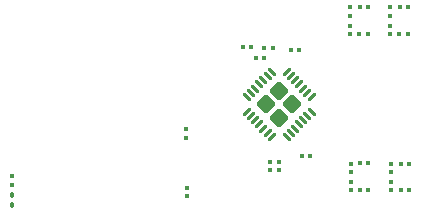
<source format=gbr>
%TF.GenerationSoftware,KiCad,Pcbnew,(6.0.5)*%
%TF.CreationDate,2022-08-07T22:36:51-04:00*%
%TF.ProjectId,ADE7953-Power-Sensor-breakout,41444537-3935-4332-9d50-6f7765722d53,rev?*%
%TF.SameCoordinates,Original*%
%TF.FileFunction,Paste,Top*%
%TF.FilePolarity,Positive*%
%FSLAX46Y46*%
G04 Gerber Fmt 4.6, Leading zero omitted, Abs format (unit mm)*
G04 Created by KiCad (PCBNEW (6.0.5)) date 2022-08-07 22:36:51*
%MOMM*%
%LPD*%
G01*
G04 APERTURE LIST*
G04 Aperture macros list*
%AMRoundRect*
0 Rectangle with rounded corners*
0 $1 Rounding radius*
0 $2 $3 $4 $5 $6 $7 $8 $9 X,Y pos of 4 corners*
0 Add a 4 corners polygon primitive as box body*
4,1,4,$2,$3,$4,$5,$6,$7,$8,$9,$2,$3,0*
0 Add four circle primitives for the rounded corners*
1,1,$1+$1,$2,$3*
1,1,$1+$1,$4,$5*
1,1,$1+$1,$6,$7*
1,1,$1+$1,$8,$9*
0 Add four rect primitives between the rounded corners*
20,1,$1+$1,$2,$3,$4,$5,0*
20,1,$1+$1,$4,$5,$6,$7,0*
20,1,$1+$1,$6,$7,$8,$9,0*
20,1,$1+$1,$8,$9,$2,$3,0*%
G04 Aperture macros list end*
%ADD10RoundRect,0.250000X0.544472X0.000000X0.000000X0.544472X-0.544472X0.000000X0.000000X-0.544472X0*%
%ADD11RoundRect,0.062500X0.327037X-0.238649X-0.238649X0.327037X-0.327037X0.238649X0.238649X-0.327037X0*%
%ADD12RoundRect,0.062500X0.327037X0.238649X0.238649X0.327037X-0.327037X-0.238649X-0.238649X-0.327037X0*%
%ADD13RoundRect,0.079500X-0.079500X-0.100500X0.079500X-0.100500X0.079500X0.100500X-0.079500X0.100500X0*%
%ADD14RoundRect,0.079500X-0.100500X0.079500X-0.100500X-0.079500X0.100500X-0.079500X0.100500X0.079500X0*%
%ADD15RoundRect,0.079500X0.079500X0.100500X-0.079500X0.100500X-0.079500X-0.100500X0.079500X-0.100500X0*%
%ADD16RoundRect,0.079500X0.100500X-0.079500X0.100500X0.079500X-0.100500X0.079500X-0.100500X-0.079500X0*%
%ADD17RoundRect,0.090000X0.090000X-0.139000X0.090000X0.139000X-0.090000X0.139000X-0.090000X-0.139000X0*%
G04 APERTURE END LIST*
D10*
%TO.C,U1*%
X203840158Y-62650000D03*
X202730000Y-61539842D03*
X202730000Y-63760158D03*
X201619842Y-62650000D03*
D11*
X203357557Y-65398878D03*
X203711111Y-65045324D03*
X204064664Y-64691771D03*
X204418217Y-64338217D03*
X204771771Y-63984664D03*
X205125324Y-63631111D03*
X205478878Y-63277557D03*
D12*
X205478878Y-62022443D03*
X205125324Y-61668889D03*
X204771771Y-61315336D03*
X204418217Y-60961783D03*
X204064664Y-60608229D03*
X203711111Y-60254676D03*
X203357557Y-59901122D03*
D11*
X202102443Y-59901122D03*
X201748889Y-60254676D03*
X201395336Y-60608229D03*
X201041783Y-60961783D03*
X200688229Y-61315336D03*
X200334676Y-61668889D03*
X199981122Y-62022443D03*
D12*
X199981122Y-63277557D03*
X200334676Y-63631111D03*
X200688229Y-63984664D03*
X201041783Y-64338217D03*
X201395336Y-64691771D03*
X201748889Y-65045324D03*
X202102443Y-65398878D03*
%TD*%
D13*
%TO.C,R9*%
X199675000Y-57830000D03*
X200365000Y-57830000D03*
%TD*%
D14*
%TO.C,R8*%
X201910000Y-67525000D03*
X201910000Y-68215000D03*
%TD*%
D13*
%TO.C,C16*%
X200785000Y-58760000D03*
X201475000Y-58760000D03*
%TD*%
D15*
%TO.C,C14*%
X204385000Y-58060000D03*
X203695000Y-58060000D03*
%TD*%
D14*
%TO.C,C13*%
X194880000Y-65455000D03*
X194880000Y-64765000D03*
%TD*%
D16*
%TO.C,C12*%
X194930000Y-69735000D03*
X194930000Y-70425000D03*
%TD*%
D15*
%TO.C,C9*%
X202175000Y-57850000D03*
X201485000Y-57850000D03*
%TD*%
D13*
%TO.C,C8*%
X204625000Y-67030000D03*
X205315000Y-67030000D03*
%TD*%
D16*
%TO.C,C7*%
X202710000Y-68215000D03*
X202710000Y-67525000D03*
%TD*%
D13*
%TO.C,R10*%
X209537887Y-54440000D03*
X210227887Y-54440000D03*
%TD*%
D15*
%TO.C,R7*%
X209527887Y-56730000D03*
X210217887Y-56730000D03*
%TD*%
D13*
%TO.C,R6*%
X213022887Y-67670000D03*
X213712887Y-67670000D03*
%TD*%
D15*
%TO.C,R1*%
X213022887Y-69930000D03*
X213712887Y-69930000D03*
%TD*%
D16*
%TO.C,C19*%
X208712887Y-55135000D03*
X208712887Y-54445000D03*
%TD*%
%TO.C,C18*%
X208702887Y-56035000D03*
X208702887Y-56725000D03*
%TD*%
%TO.C,C6*%
X212237887Y-68365000D03*
X212237887Y-67675000D03*
%TD*%
%TO.C,C5*%
X212237887Y-69235000D03*
X212237887Y-69925000D03*
%TD*%
D13*
%TO.C,R3*%
X210272887Y-67650000D03*
X209582887Y-67650000D03*
%TD*%
D16*
%TO.C,C2*%
X208787887Y-67655000D03*
X208787887Y-68345000D03*
%TD*%
%TO.C,C1*%
X208787887Y-69915000D03*
X208787887Y-69225000D03*
%TD*%
%TO.C,R14*%
X180120000Y-68748750D03*
X180120000Y-69438750D03*
%TD*%
D13*
%TO.C,R5*%
X212922887Y-54440000D03*
X213612887Y-54440000D03*
%TD*%
D15*
%TO.C,R4*%
X212912887Y-56730000D03*
X213602887Y-56730000D03*
%TD*%
D17*
%TO.C,D3*%
X180120000Y-70321250D03*
X180120000Y-71186250D03*
%TD*%
D16*
%TO.C,C3*%
X212092887Y-56035000D03*
X212092887Y-56725000D03*
%TD*%
%TO.C,C4*%
X212102887Y-55135000D03*
X212102887Y-54445000D03*
%TD*%
D15*
%TO.C,R2*%
X209582887Y-69920000D03*
X210272887Y-69920000D03*
%TD*%
M02*

</source>
